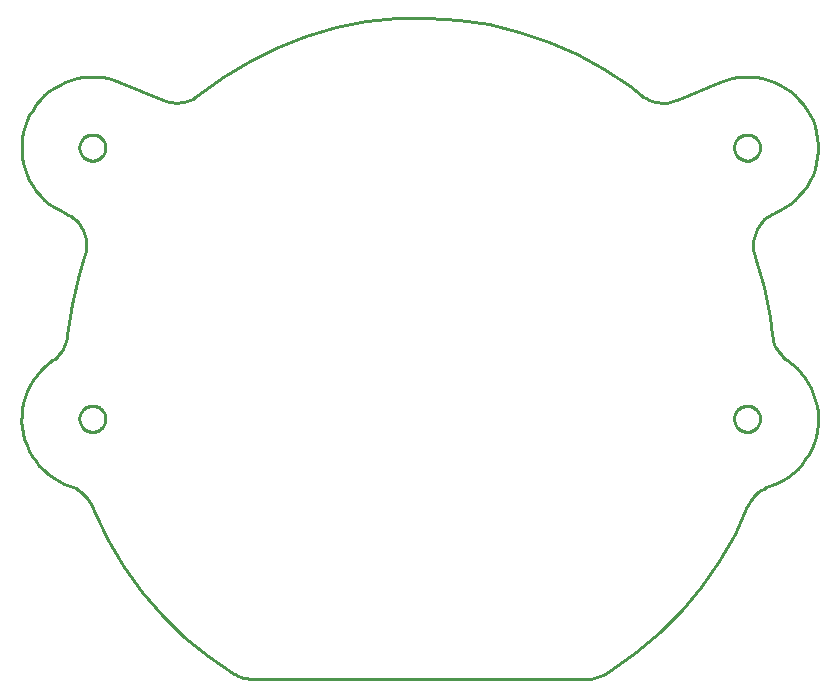
<source format=gbr>
G04 EAGLE Gerber RS-274X export*
G75*
%MOMM*%
%FSLAX34Y34*%
%LPD*%
%IN*%
%IPPOS*%
%AMOC8*
5,1,8,0,0,1.08239X$1,22.5*%
G01*
G04 Define Apertures*
%ADD10C,0.254000*%
D10*
X-311195Y-65390D02*
X-313098Y-66755D01*
X-317149Y-70070D01*
X-320896Y-73725D01*
X-324309Y-77693D01*
X-327365Y-81943D01*
X-330038Y-86444D01*
X-332308Y-91160D01*
X-334159Y-96056D01*
X-335576Y-101095D01*
X-336549Y-106238D01*
X-337070Y-111446D01*
X-337135Y-116680D01*
X-336743Y-121900D01*
X-335898Y-127066D01*
X-334606Y-132138D01*
X-332877Y-137078D01*
X-330723Y-141849D01*
X-328162Y-146414D01*
X-325213Y-150739D01*
X-321899Y-154790D01*
X-318244Y-158537D01*
X-314276Y-161951D01*
X-310026Y-165006D01*
X-305525Y-167679D01*
X-300809Y-169949D01*
X-295913Y-171800D01*
X-293717Y-172619D01*
X-291349Y-173733D01*
X-289087Y-175049D01*
X-286948Y-176557D01*
X-284948Y-178246D01*
X-283104Y-180102D01*
X-281428Y-182112D01*
X-279934Y-184261D01*
X-278632Y-186532D01*
X-277534Y-188907D01*
X-275298Y-194210D01*
X-263861Y-217750D01*
X-250415Y-240204D01*
X-235064Y-261400D01*
X-217923Y-281178D01*
X-199124Y-299387D01*
X-178810Y-315888D01*
X-157135Y-330556D01*
X-156421Y-330981D01*
X-154100Y-332189D01*
X-151682Y-333191D01*
X-149186Y-333978D01*
X-146631Y-334544D01*
X-144036Y-334886D01*
X-141421Y-335000D01*
X141421Y-335000D01*
X142252Y-334989D01*
X144862Y-334802D01*
X147447Y-334389D01*
X149985Y-333752D01*
X152458Y-332896D01*
X154848Y-331828D01*
X157135Y-330556D01*
X162008Y-327494D01*
X183398Y-312414D01*
X203392Y-295526D01*
X221838Y-276960D01*
X238596Y-256857D01*
X253538Y-235370D01*
X266550Y-212663D01*
X277534Y-188907D01*
X278508Y-186776D01*
X279788Y-184493D01*
X281263Y-182331D01*
X282920Y-180306D01*
X284748Y-178432D01*
X286731Y-176725D01*
X288857Y-175198D01*
X291107Y-173861D01*
X293465Y-172726D01*
X295913Y-171800D01*
X298123Y-171025D01*
X302943Y-168985D01*
X307567Y-166532D01*
X311960Y-163685D01*
X316087Y-160466D01*
X319919Y-156900D01*
X323425Y-153014D01*
X326579Y-148836D01*
X329357Y-144400D01*
X331738Y-139738D01*
X333703Y-134887D01*
X335238Y-129883D01*
X336332Y-124764D01*
X336974Y-119569D01*
X337162Y-114338D01*
X336893Y-109111D01*
X336169Y-103927D01*
X334997Y-98826D01*
X333384Y-93846D01*
X331343Y-89026D01*
X328890Y-84402D01*
X326044Y-80009D01*
X322825Y-75881D01*
X319259Y-72050D01*
X315372Y-68544D01*
X311195Y-65390D01*
X309319Y-63986D01*
X307359Y-62251D01*
X305559Y-60352D01*
X303931Y-58303D01*
X302487Y-56119D01*
X301240Y-53819D01*
X300198Y-51418D01*
X299368Y-48936D01*
X298759Y-46391D01*
X298373Y-43802D01*
X296386Y-28576D01*
X291212Y-2921D01*
X283822Y22185D01*
X283593Y22883D01*
X282915Y25411D01*
X282461Y27988D01*
X282233Y30595D01*
X282233Y33213D01*
X282461Y35820D01*
X282915Y38397D01*
X283593Y40925D01*
X284488Y43385D01*
X285594Y45756D01*
X286903Y48023D01*
X288404Y50167D01*
X290086Y52172D01*
X291937Y54022D01*
X293941Y55705D01*
X296085Y57206D01*
X298352Y58514D01*
X300724Y59620D01*
X300125Y59372D01*
X304869Y61584D01*
X309402Y64202D01*
X313690Y67204D01*
X317699Y70568D01*
X321401Y74270D01*
X324765Y78279D01*
X327767Y82567D01*
X330385Y87100D01*
X332597Y91844D01*
X334387Y96763D01*
X335742Y101819D01*
X336651Y106974D01*
X337107Y112188D01*
X337107Y117422D01*
X336651Y122637D01*
X335742Y127791D01*
X334387Y132847D01*
X332597Y137766D01*
X330385Y142510D01*
X327767Y147043D01*
X324765Y151331D01*
X321401Y155340D01*
X317699Y159042D01*
X313690Y162406D01*
X309402Y165409D01*
X304869Y168026D01*
X300125Y170238D01*
X295206Y172028D01*
X290150Y173383D01*
X284995Y174292D01*
X279781Y174748D01*
X274547Y174748D01*
X269332Y174292D01*
X264178Y173383D01*
X259122Y172028D01*
X254203Y170238D01*
X217532Y155048D01*
X216980Y154826D01*
X214503Y153980D01*
X211962Y153353D01*
X209376Y152950D01*
X206765Y152773D01*
X204148Y152825D01*
X201546Y153105D01*
X198978Y153611D01*
X196464Y154338D01*
X194023Y155282D01*
X191674Y156435D01*
X189433Y157788D01*
X187320Y159332D01*
X177865Y166587D01*
X156133Y181169D01*
X133212Y193802D01*
X109277Y204390D01*
X84511Y212851D01*
X59102Y219121D01*
X33242Y223153D01*
X7130Y224915D01*
X-19036Y224395D01*
X-45058Y221597D01*
X-70737Y216541D01*
X-95877Y209267D01*
X-120288Y199829D01*
X-143783Y188299D01*
X-166184Y174766D01*
X-187320Y159332D01*
X-187789Y158964D01*
X-189933Y157463D01*
X-192199Y156154D01*
X-194571Y155048D01*
X-197031Y154153D01*
X-199559Y153476D01*
X-202136Y153021D01*
X-204743Y152793D01*
X-207360Y152793D01*
X-209968Y153021D01*
X-212545Y153476D01*
X-215073Y154153D01*
X-217532Y155048D01*
X-254203Y170238D01*
X-259122Y172028D01*
X-264178Y173383D01*
X-269332Y174292D01*
X-274547Y174748D01*
X-279781Y174748D01*
X-284995Y174292D01*
X-290150Y173383D01*
X-295206Y172028D01*
X-300125Y170238D01*
X-304869Y168026D01*
X-309402Y165409D01*
X-313690Y162406D01*
X-317699Y159042D01*
X-321401Y155340D01*
X-324765Y151331D01*
X-327767Y147043D01*
X-330385Y142510D01*
X-332597Y137766D01*
X-334387Y132847D01*
X-335742Y127791D01*
X-336651Y122637D01*
X-337107Y117422D01*
X-337107Y112188D01*
X-336651Y106974D01*
X-335742Y101819D01*
X-334387Y96763D01*
X-332597Y91844D01*
X-330385Y87100D01*
X-327767Y82567D01*
X-324765Y78279D01*
X-321401Y74270D01*
X-317699Y70568D01*
X-313690Y67204D01*
X-309402Y64202D01*
X-304869Y61584D01*
X-300125Y59372D01*
X-300724Y59620D01*
X-300049Y59331D01*
X-297705Y58167D01*
X-295471Y56804D01*
X-293365Y55251D01*
X-291401Y53520D01*
X-289597Y51624D01*
X-287964Y49579D01*
X-286516Y47399D01*
X-285263Y45101D01*
X-284215Y42703D01*
X-283381Y40222D01*
X-282765Y37679D01*
X-282374Y35091D01*
X-282210Y32479D01*
X-282274Y29862D01*
X-282566Y27262D01*
X-283083Y24696D01*
X-283822Y22185D01*
X-288423Y7536D01*
X-294519Y-17916D01*
X-298373Y-43802D01*
X-298708Y-46121D01*
X-299294Y-48672D01*
X-300101Y-51162D01*
X-301121Y-53572D01*
X-302347Y-55884D01*
X-303771Y-58080D01*
X-305380Y-60144D01*
X-307163Y-62060D01*
X-309106Y-63813D01*
X-311195Y-65390D01*
X288164Y-115237D02*
X288164Y-114373D01*
X288096Y-113511D01*
X287961Y-112657D01*
X287759Y-111817D01*
X287492Y-110995D01*
X287161Y-110196D01*
X286769Y-109426D01*
X286317Y-108689D01*
X285809Y-107990D01*
X285248Y-107332D01*
X284636Y-106721D01*
X283979Y-106160D01*
X283280Y-105652D01*
X282543Y-105200D01*
X281773Y-104808D01*
X280974Y-104477D01*
X280152Y-104210D01*
X279312Y-104008D01*
X278458Y-103873D01*
X277596Y-103805D01*
X276732Y-103805D01*
X275870Y-103873D01*
X275016Y-104008D01*
X274176Y-104210D01*
X273354Y-104477D01*
X272555Y-104808D01*
X271785Y-105200D01*
X271048Y-105652D01*
X270349Y-106160D01*
X269691Y-106721D01*
X269080Y-107332D01*
X268519Y-107990D01*
X268011Y-108689D01*
X267559Y-109426D01*
X267167Y-110196D01*
X266836Y-110995D01*
X266569Y-111817D01*
X266367Y-112657D01*
X266232Y-113511D01*
X266164Y-114373D01*
X266164Y-115237D01*
X266232Y-116099D01*
X266367Y-116953D01*
X266569Y-117793D01*
X266836Y-118615D01*
X267167Y-119414D01*
X267559Y-120184D01*
X268011Y-120921D01*
X268519Y-121620D01*
X269080Y-122278D01*
X269691Y-122889D01*
X270349Y-123450D01*
X271048Y-123958D01*
X271785Y-124410D01*
X272555Y-124802D01*
X273354Y-125133D01*
X274176Y-125400D01*
X275016Y-125602D01*
X275870Y-125737D01*
X276732Y-125805D01*
X277596Y-125805D01*
X278458Y-125737D01*
X279312Y-125602D01*
X280152Y-125400D01*
X280974Y-125133D01*
X281773Y-124802D01*
X282543Y-124410D01*
X283280Y-123958D01*
X283979Y-123450D01*
X284636Y-122889D01*
X285248Y-122278D01*
X285809Y-121620D01*
X286317Y-120921D01*
X286769Y-120184D01*
X287161Y-119414D01*
X287492Y-118615D01*
X287759Y-117793D01*
X287961Y-116953D01*
X288096Y-116099D01*
X288164Y-115237D01*
X-266164Y-115237D02*
X-266164Y-114373D01*
X-266232Y-113511D01*
X-266367Y-112657D01*
X-266569Y-111817D01*
X-266836Y-110995D01*
X-267167Y-110196D01*
X-267559Y-109426D01*
X-268011Y-108689D01*
X-268519Y-107990D01*
X-269080Y-107332D01*
X-269691Y-106721D01*
X-270349Y-106160D01*
X-271048Y-105652D01*
X-271785Y-105200D01*
X-272555Y-104808D01*
X-273354Y-104477D01*
X-274176Y-104210D01*
X-275016Y-104008D01*
X-275870Y-103873D01*
X-276732Y-103805D01*
X-277596Y-103805D01*
X-278458Y-103873D01*
X-279312Y-104008D01*
X-280152Y-104210D01*
X-280974Y-104477D01*
X-281773Y-104808D01*
X-282543Y-105200D01*
X-283280Y-105652D01*
X-283979Y-106160D01*
X-284636Y-106721D01*
X-285248Y-107332D01*
X-285809Y-107990D01*
X-286317Y-108689D01*
X-286769Y-109426D01*
X-287161Y-110196D01*
X-287492Y-110995D01*
X-287759Y-111817D01*
X-287961Y-112657D01*
X-288096Y-113511D01*
X-288164Y-114373D01*
X-288164Y-115237D01*
X-288096Y-116099D01*
X-287961Y-116953D01*
X-287759Y-117793D01*
X-287492Y-118615D01*
X-287161Y-119414D01*
X-286769Y-120184D01*
X-286317Y-120921D01*
X-285809Y-121620D01*
X-285248Y-122278D01*
X-284636Y-122889D01*
X-283979Y-123450D01*
X-283280Y-123958D01*
X-282543Y-124410D01*
X-281773Y-124802D01*
X-280974Y-125133D01*
X-280152Y-125400D01*
X-279312Y-125602D01*
X-278458Y-125737D01*
X-277596Y-125805D01*
X-276732Y-125805D01*
X-275870Y-125737D01*
X-275016Y-125602D01*
X-274176Y-125400D01*
X-273354Y-125133D01*
X-272555Y-124802D01*
X-271785Y-124410D01*
X-271048Y-123958D01*
X-270349Y-123450D01*
X-269691Y-122889D01*
X-269080Y-122278D01*
X-268519Y-121620D01*
X-268011Y-120921D01*
X-267559Y-120184D01*
X-267167Y-119414D01*
X-266836Y-118615D01*
X-266569Y-117793D01*
X-266367Y-116953D01*
X-266232Y-116099D01*
X-266164Y-115237D01*
X288164Y114373D02*
X288164Y115237D01*
X288096Y116099D01*
X287961Y116953D01*
X287759Y117793D01*
X287492Y118615D01*
X287161Y119414D01*
X286769Y120184D01*
X286317Y120921D01*
X285809Y121620D01*
X285248Y122278D01*
X284636Y122889D01*
X283979Y123450D01*
X283280Y123958D01*
X282543Y124410D01*
X281773Y124802D01*
X280974Y125133D01*
X280152Y125400D01*
X279312Y125602D01*
X278458Y125737D01*
X277596Y125805D01*
X276732Y125805D01*
X275870Y125737D01*
X275016Y125602D01*
X274176Y125400D01*
X273354Y125133D01*
X272555Y124802D01*
X271785Y124410D01*
X271048Y123958D01*
X270349Y123450D01*
X269691Y122889D01*
X269080Y122278D01*
X268519Y121620D01*
X268011Y120921D01*
X267559Y120184D01*
X267167Y119414D01*
X266836Y118615D01*
X266569Y117793D01*
X266367Y116953D01*
X266232Y116099D01*
X266164Y115237D01*
X266164Y114373D01*
X266232Y113511D01*
X266367Y112657D01*
X266569Y111817D01*
X266836Y110995D01*
X267167Y110196D01*
X267559Y109426D01*
X268011Y108689D01*
X268519Y107990D01*
X269080Y107332D01*
X269691Y106721D01*
X270349Y106160D01*
X271048Y105652D01*
X271785Y105200D01*
X272555Y104808D01*
X273354Y104477D01*
X274176Y104210D01*
X275016Y104008D01*
X275870Y103873D01*
X276732Y103805D01*
X277596Y103805D01*
X278458Y103873D01*
X279312Y104008D01*
X280152Y104210D01*
X280974Y104477D01*
X281773Y104808D01*
X282543Y105200D01*
X283280Y105652D01*
X283979Y106160D01*
X284636Y106721D01*
X285248Y107332D01*
X285809Y107990D01*
X286317Y108689D01*
X286769Y109426D01*
X287161Y110196D01*
X287492Y110995D01*
X287759Y111817D01*
X287961Y112657D01*
X288096Y113511D01*
X288164Y114373D01*
X-266164Y114373D02*
X-266164Y115237D01*
X-266232Y116099D01*
X-266367Y116953D01*
X-266569Y117793D01*
X-266836Y118615D01*
X-267167Y119414D01*
X-267559Y120184D01*
X-268011Y120921D01*
X-268519Y121620D01*
X-269080Y122278D01*
X-269691Y122889D01*
X-270349Y123450D01*
X-271048Y123958D01*
X-271785Y124410D01*
X-272555Y124802D01*
X-273354Y125133D01*
X-274176Y125400D01*
X-275016Y125602D01*
X-275870Y125737D01*
X-276732Y125805D01*
X-277596Y125805D01*
X-278458Y125737D01*
X-279312Y125602D01*
X-280152Y125400D01*
X-280974Y125133D01*
X-281773Y124802D01*
X-282543Y124410D01*
X-283280Y123958D01*
X-283979Y123450D01*
X-284636Y122889D01*
X-285248Y122278D01*
X-285809Y121620D01*
X-286317Y120921D01*
X-286769Y120184D01*
X-287161Y119414D01*
X-287492Y118615D01*
X-287759Y117793D01*
X-287961Y116953D01*
X-288096Y116099D01*
X-288164Y115237D01*
X-288164Y114373D01*
X-288096Y113511D01*
X-287961Y112657D01*
X-287759Y111817D01*
X-287492Y110995D01*
X-287161Y110196D01*
X-286769Y109426D01*
X-286317Y108689D01*
X-285809Y107990D01*
X-285248Y107332D01*
X-284636Y106721D01*
X-283979Y106160D01*
X-283280Y105652D01*
X-282543Y105200D01*
X-281773Y104808D01*
X-280974Y104477D01*
X-280152Y104210D01*
X-279312Y104008D01*
X-278458Y103873D01*
X-277596Y103805D01*
X-276732Y103805D01*
X-275870Y103873D01*
X-275016Y104008D01*
X-274176Y104210D01*
X-273354Y104477D01*
X-272555Y104808D01*
X-271785Y105200D01*
X-271048Y105652D01*
X-270349Y106160D01*
X-269691Y106721D01*
X-269080Y107332D01*
X-268519Y107990D01*
X-268011Y108689D01*
X-267559Y109426D01*
X-267167Y110196D01*
X-266836Y110995D01*
X-266569Y111817D01*
X-266367Y112657D01*
X-266232Y113511D01*
X-266164Y114373D01*
M02*

</source>
